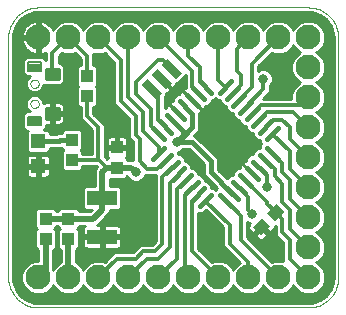
<source format=gtl>
G75*
G70*
%OFA0B0*%
%FSLAX24Y24*%
%IPPOS*%
%LPD*%
%AMOC8*
5,1,8,0,0,1.08239X$1,22.5*
%
%ADD10C,0.0000*%
%ADD11C,0.0170*%
%ADD12R,0.0276X0.0669*%
%ADD13R,0.0394X0.0433*%
%ADD14R,0.0433X0.0394*%
%ADD15C,0.0827*%
%ADD16R,0.0984X0.0472*%
%ADD17R,0.0472X0.0472*%
%ADD18C,0.0071*%
%ADD19C,0.0091*%
%ADD20C,0.0120*%
%ADD21C,0.0320*%
%ADD22C,0.0160*%
%ADD23C,0.0200*%
%ADD24C,0.0100*%
D10*
X001500Y000500D02*
X010500Y000500D01*
X010560Y000502D01*
X010621Y000507D01*
X010680Y000516D01*
X010739Y000529D01*
X010798Y000545D01*
X010855Y000565D01*
X010910Y000588D01*
X010965Y000615D01*
X011017Y000644D01*
X011068Y000677D01*
X011117Y000713D01*
X011163Y000751D01*
X011207Y000793D01*
X011249Y000837D01*
X011287Y000883D01*
X011323Y000932D01*
X011356Y000983D01*
X011385Y001035D01*
X011412Y001090D01*
X011435Y001145D01*
X011455Y001202D01*
X011471Y001261D01*
X011484Y001320D01*
X011493Y001379D01*
X011498Y001440D01*
X011500Y001500D01*
X011500Y009500D01*
X011498Y009560D01*
X011493Y009621D01*
X011484Y009680D01*
X011471Y009739D01*
X011455Y009798D01*
X011435Y009855D01*
X011412Y009910D01*
X011385Y009965D01*
X011356Y010017D01*
X011323Y010068D01*
X011287Y010117D01*
X011249Y010163D01*
X011207Y010207D01*
X011163Y010249D01*
X011117Y010287D01*
X011068Y010323D01*
X011017Y010356D01*
X010965Y010385D01*
X010910Y010412D01*
X010855Y010435D01*
X010798Y010455D01*
X010739Y010471D01*
X010680Y010484D01*
X010621Y010493D01*
X010560Y010498D01*
X010500Y010500D01*
X001500Y010500D01*
X001440Y010498D01*
X001379Y010493D01*
X001320Y010484D01*
X001261Y010471D01*
X001202Y010455D01*
X001145Y010435D01*
X001090Y010412D01*
X001035Y010385D01*
X000983Y010356D01*
X000932Y010323D01*
X000883Y010287D01*
X000837Y010249D01*
X000793Y010207D01*
X000751Y010163D01*
X000713Y010117D01*
X000677Y010068D01*
X000644Y010017D01*
X000615Y009965D01*
X000588Y009910D01*
X000565Y009855D01*
X000545Y009798D01*
X000529Y009739D01*
X000516Y009680D01*
X000507Y009621D01*
X000502Y009560D01*
X000500Y009500D01*
X000500Y001500D01*
X000502Y001440D01*
X000507Y001379D01*
X000516Y001320D01*
X000529Y001261D01*
X000545Y001202D01*
X000565Y001145D01*
X000588Y001090D01*
X000615Y001035D01*
X000644Y000983D01*
X000677Y000932D01*
X000713Y000883D01*
X000751Y000837D01*
X000793Y000793D01*
X000837Y000751D01*
X000883Y000713D01*
X000932Y000677D01*
X000983Y000644D01*
X001035Y000615D01*
X001090Y000588D01*
X001145Y000565D01*
X001202Y000545D01*
X001261Y000529D01*
X001320Y000516D01*
X001379Y000507D01*
X001440Y000502D01*
X001500Y000500D01*
X001237Y007290D02*
X001239Y007313D01*
X001245Y007336D01*
X001255Y007357D01*
X001268Y007377D01*
X001284Y007394D01*
X001303Y007408D01*
X001324Y007418D01*
X001346Y007425D01*
X001369Y007428D01*
X001393Y007427D01*
X001415Y007422D01*
X001437Y007413D01*
X001457Y007401D01*
X001475Y007385D01*
X001489Y007367D01*
X001501Y007347D01*
X001509Y007325D01*
X001513Y007302D01*
X001513Y007278D01*
X001509Y007255D01*
X001501Y007233D01*
X001489Y007213D01*
X001475Y007195D01*
X001457Y007179D01*
X001437Y007167D01*
X001415Y007158D01*
X001393Y007153D01*
X001369Y007152D01*
X001346Y007155D01*
X001324Y007162D01*
X001303Y007172D01*
X001284Y007186D01*
X001268Y007203D01*
X001255Y007223D01*
X001245Y007244D01*
X001239Y007267D01*
X001237Y007290D01*
X001237Y007960D02*
X001239Y007983D01*
X001245Y008006D01*
X001255Y008027D01*
X001268Y008047D01*
X001284Y008064D01*
X001303Y008078D01*
X001324Y008088D01*
X001346Y008095D01*
X001369Y008098D01*
X001393Y008097D01*
X001415Y008092D01*
X001437Y008083D01*
X001457Y008071D01*
X001475Y008055D01*
X001489Y008037D01*
X001501Y008017D01*
X001509Y007995D01*
X001513Y007972D01*
X001513Y007948D01*
X001509Y007925D01*
X001501Y007903D01*
X001489Y007883D01*
X001475Y007865D01*
X001457Y007849D01*
X001437Y007837D01*
X001415Y007828D01*
X001393Y007823D01*
X001369Y007822D01*
X001346Y007825D01*
X001324Y007832D01*
X001303Y007842D01*
X001284Y007856D01*
X001268Y007873D01*
X001255Y007893D01*
X001245Y007914D01*
X001239Y007937D01*
X001237Y007960D01*
D11*
X005330Y006479D02*
X005704Y006105D01*
X005926Y006327D02*
X005552Y006701D01*
X005775Y006924D02*
X006149Y006550D01*
X006372Y006773D02*
X005998Y007147D01*
X006220Y007369D02*
X006594Y006995D01*
X006817Y007218D02*
X006443Y007592D01*
X006665Y007814D02*
X007039Y007440D01*
X007262Y007663D02*
X006888Y008037D01*
X007553Y007663D02*
X007927Y008037D01*
X008153Y007811D02*
X007779Y007437D01*
X007998Y007218D02*
X008372Y007592D01*
X008598Y007365D02*
X008224Y006991D01*
X008444Y006772D02*
X008818Y007146D01*
X009037Y006927D02*
X008663Y006553D01*
X008889Y006327D02*
X009263Y006701D01*
X009489Y006474D02*
X009115Y006100D01*
X009114Y005811D02*
X009488Y005437D01*
X009266Y005214D02*
X008892Y005588D01*
X008669Y005366D02*
X009043Y004992D01*
X008820Y004769D02*
X008446Y005143D01*
X008224Y004920D02*
X008598Y004546D01*
X008375Y004324D02*
X008001Y004698D01*
X007778Y004475D02*
X008152Y004101D01*
X007934Y003880D02*
X007560Y004254D01*
X007258Y004246D02*
X006884Y003872D01*
X006662Y004099D02*
X007036Y004473D01*
X006809Y004699D02*
X006435Y004325D01*
X006216Y004545D02*
X006590Y004919D01*
X006371Y005138D02*
X005997Y004764D01*
X005771Y004990D02*
X006145Y005364D01*
X005926Y005583D02*
X005552Y005209D01*
X005325Y005436D02*
X005699Y005810D01*
D12*
G36*
X005609Y007648D02*
X005414Y007453D01*
X004943Y007924D01*
X005138Y008119D01*
X005609Y007648D01*
G37*
G36*
X005943Y007982D02*
X005748Y007787D01*
X005277Y008258D01*
X005472Y008453D01*
X005943Y007982D01*
G37*
G36*
X006277Y008316D02*
X006082Y008121D01*
X005611Y008592D01*
X005806Y008787D01*
X006277Y008316D01*
G37*
D13*
X004125Y005835D03*
X004125Y005165D03*
X002625Y005415D03*
X002625Y006085D03*
X003125Y007540D03*
X003125Y008210D03*
X002500Y003460D03*
X002500Y002790D03*
X001750Y002790D03*
X001750Y003460D03*
D14*
G36*
X009235Y003206D02*
X008930Y002901D01*
X008651Y003180D01*
X008956Y003485D01*
X009235Y003206D01*
G37*
G36*
X009709Y003680D02*
X009404Y003375D01*
X009125Y003654D01*
X009430Y003959D01*
X009709Y003680D01*
G37*
D15*
X010500Y003500D03*
X010500Y002500D03*
X010500Y001500D03*
X009500Y001500D03*
X008500Y001500D03*
X007500Y001500D03*
X006500Y001500D03*
X005500Y001500D03*
X004500Y001500D03*
X003500Y001500D03*
X002500Y001500D03*
X001500Y001500D03*
X001500Y009500D03*
X002500Y009500D03*
X003500Y009500D03*
X004500Y009500D03*
X005500Y009500D03*
X006500Y009500D03*
X007500Y009500D03*
X008500Y009500D03*
X009500Y009500D03*
X010500Y009500D03*
X010500Y008500D03*
X010500Y007500D03*
X010500Y006500D03*
X010500Y005500D03*
X010500Y004500D03*
D16*
X003625Y004150D03*
X003625Y002850D03*
D17*
X001500Y005212D03*
X001500Y006038D03*
D18*
X001174Y006577D02*
X001174Y006861D01*
X001576Y006861D01*
X001576Y006577D01*
X001174Y006577D01*
X001174Y006647D02*
X001576Y006647D01*
X001576Y006717D02*
X001174Y006717D01*
X001174Y006787D02*
X001576Y006787D01*
X001576Y006857D02*
X001174Y006857D01*
X001174Y008389D02*
X001174Y008673D01*
X001576Y008673D01*
X001576Y008389D01*
X001174Y008389D01*
X001174Y008459D02*
X001576Y008459D01*
X001576Y008529D02*
X001174Y008529D01*
X001174Y008599D02*
X001576Y008599D01*
X001576Y008669D02*
X001174Y008669D01*
D19*
X001757Y008465D02*
X001757Y008103D01*
X001757Y008465D02*
X002179Y008465D01*
X002179Y008103D01*
X001757Y008103D01*
X001757Y008193D02*
X002179Y008193D01*
X002179Y008283D02*
X001757Y008283D01*
X001757Y008373D02*
X002179Y008373D01*
X002179Y008463D02*
X001757Y008463D01*
X001757Y007147D02*
X001757Y006785D01*
X001757Y007147D02*
X002179Y007147D01*
X002179Y006785D01*
X001757Y006785D01*
X001757Y006875D02*
X002179Y006875D01*
X002179Y006965D02*
X001757Y006965D01*
X001757Y007055D02*
X002179Y007055D01*
X002179Y007145D02*
X001757Y007145D01*
D20*
X001968Y008284D02*
X001968Y008968D01*
X002500Y009500D01*
X003125Y008875D01*
X003125Y008210D01*
X003125Y007540D02*
X003125Y006875D01*
X003500Y006500D01*
X003500Y005415D01*
X003540Y005415D01*
X003790Y005165D01*
X003500Y005415D02*
X002625Y005415D01*
X004750Y006250D02*
X004750Y006875D01*
X004250Y007375D01*
X004250Y008750D01*
X003500Y009500D01*
X004500Y009500D02*
X004500Y007500D01*
X005000Y007000D01*
X005000Y006375D01*
X005512Y005863D01*
X005512Y005623D01*
X005739Y005396D02*
X005467Y005125D01*
X005125Y005125D01*
X004875Y005375D01*
X004875Y006125D01*
X004750Y006250D01*
X005250Y006558D02*
X005250Y007125D01*
X004750Y007625D01*
X004750Y008000D01*
X005500Y008750D01*
X005648Y008750D01*
X005944Y008454D01*
X006500Y008875D02*
X006875Y008500D01*
X006875Y008050D01*
X007075Y007850D01*
X006852Y007627D02*
X006625Y007855D01*
X006625Y008375D01*
X005500Y009500D01*
X006500Y009500D02*
X006500Y008875D01*
X007500Y009500D02*
X007500Y008090D01*
X007740Y007850D01*
X007966Y007624D02*
X008250Y007908D01*
X008250Y008250D01*
X008125Y008375D01*
X008125Y009125D01*
X008500Y009500D01*
X008625Y008625D02*
X008625Y007844D01*
X008185Y007405D01*
X008411Y007178D02*
X009000Y007767D01*
X009000Y008125D01*
X008625Y008625D02*
X009500Y009500D01*
X010500Y007500D02*
X010250Y007250D01*
X008922Y007250D01*
X008631Y006959D01*
X008850Y006740D02*
X009110Y007000D01*
X010000Y007000D01*
X010500Y006500D01*
X009875Y006500D02*
X009875Y006125D01*
X010500Y005500D01*
X009875Y005715D02*
X009875Y005125D01*
X010500Y004500D01*
X009875Y004750D02*
X009875Y004125D01*
X010500Y003500D01*
X009875Y003750D02*
X009875Y003125D01*
X010500Y002500D01*
X009875Y002750D02*
X009875Y002125D01*
X010500Y001500D01*
X009500Y001500D02*
X008250Y002750D01*
X008250Y003564D01*
X007747Y004067D01*
X008188Y004511D02*
X008500Y004199D01*
X008500Y003750D01*
X008625Y003625D01*
X009125Y003958D02*
X009417Y003667D01*
X009625Y003458D01*
X009625Y003000D01*
X009875Y002750D01*
X009875Y003750D02*
X009625Y004000D01*
X009625Y004625D01*
X009375Y004875D01*
X009375Y005105D01*
X009079Y005401D01*
X009301Y005624D02*
X009625Y005300D01*
X009625Y005000D01*
X009875Y004750D01*
X009125Y004909D02*
X009125Y004500D01*
X009125Y004909D02*
X008856Y005179D01*
X008411Y004733D02*
X009125Y004019D01*
X009125Y003958D01*
X007875Y003255D02*
X007875Y002625D01*
X008500Y002000D01*
X008500Y001500D01*
X007500Y001500D02*
X006625Y002375D01*
X006625Y004062D01*
X006849Y004286D01*
X007071Y004059D02*
X007875Y003255D01*
X006622Y004512D02*
X006375Y004265D01*
X006375Y001625D01*
X006500Y001500D01*
X006125Y002125D02*
X005500Y001500D01*
X005500Y002125D02*
X005125Y002125D01*
X004500Y001500D01*
X004750Y002125D02*
X004125Y002125D01*
X003500Y001500D01*
X004750Y002125D02*
X005000Y002375D01*
X005375Y002375D01*
X005625Y002625D01*
X005625Y004844D01*
X005958Y005177D01*
X006184Y004951D02*
X005875Y004642D01*
X005875Y002500D01*
X005500Y002125D01*
X006125Y002125D02*
X006125Y004453D01*
X006403Y004732D01*
X005517Y006292D02*
X005250Y006558D01*
X005500Y006754D02*
X005739Y006514D01*
X005500Y006754D02*
X005500Y007562D01*
X005276Y007786D01*
X009076Y006514D02*
X009313Y006750D01*
X009625Y006750D01*
X009875Y006500D01*
X009302Y006287D02*
X009875Y005715D01*
D21*
X009125Y004500D03*
X008625Y003625D03*
X007500Y003000D03*
X007000Y002500D03*
X007000Y003500D03*
X005000Y003000D03*
X004500Y004000D03*
X004750Y005000D03*
X006125Y006000D03*
X006500Y005500D03*
X007000Y006500D03*
X007500Y007000D03*
X008000Y006500D03*
X007500Y006000D03*
X008000Y005500D03*
X008500Y006000D03*
X006295Y007950D03*
X005855Y007500D03*
X004000Y007000D03*
X003000Y006500D03*
X002500Y007500D03*
X002500Y008500D03*
X002500Y004500D03*
X001500Y004500D03*
X002125Y002250D03*
X009000Y002500D03*
X009500Y002500D03*
X009000Y008125D03*
X009250Y008750D03*
D22*
X006625Y006964D02*
X006625Y006500D01*
X006313Y006188D01*
X006313Y006386D01*
X005962Y006737D01*
X006407Y007182D02*
X006625Y006964D01*
X006625Y006000D02*
X006125Y006000D01*
X006625Y006000D02*
X007250Y005375D01*
X007250Y005004D01*
X007965Y004288D01*
X002625Y006085D02*
X002225Y006085D01*
X002178Y006038D01*
X001500Y006038D01*
D23*
X003625Y005000D02*
X003625Y004150D01*
X003625Y003750D01*
X003335Y003460D01*
X002500Y003460D01*
X001750Y003460D01*
X001750Y002790D02*
X001750Y001750D01*
X001500Y001500D01*
X002500Y001500D02*
X002500Y002790D01*
X003625Y005000D02*
X003790Y005165D01*
X004125Y005165D01*
X004585Y005165D01*
X004750Y005000D01*
X006125Y006000D02*
X006313Y006188D01*
D24*
X000743Y001114D02*
X000899Y000899D01*
X001114Y000743D01*
X001367Y000660D01*
X001500Y000650D01*
X010500Y000650D01*
X010633Y000660D01*
X010886Y000743D01*
X011101Y000899D01*
X011257Y001114D01*
X011340Y001367D01*
X011350Y001500D01*
X011350Y009500D01*
X011340Y009633D01*
X011257Y009886D01*
X011101Y010101D01*
X010886Y010257D01*
X010633Y010340D01*
X010500Y010350D01*
X001500Y010350D01*
X001367Y010340D01*
X001114Y010257D01*
X000899Y010101D01*
X000743Y009886D01*
X000660Y009633D01*
X000650Y009500D01*
X000650Y001500D01*
X000660Y001367D01*
X000743Y001114D01*
X000759Y001091D02*
X001112Y001091D01*
X001181Y001022D02*
X001022Y001181D01*
X000937Y001388D01*
X000937Y001612D01*
X001022Y001819D01*
X001181Y001978D01*
X001388Y002063D01*
X001500Y002063D01*
X001500Y002424D01*
X001491Y002424D01*
X001403Y002512D01*
X001403Y003069D01*
X001459Y003125D01*
X001403Y003181D01*
X001403Y003738D01*
X001491Y003826D01*
X002009Y003826D01*
X002097Y003738D01*
X002097Y003710D01*
X002153Y003710D01*
X002153Y003738D01*
X002241Y003826D01*
X002759Y003826D01*
X002847Y003738D01*
X002847Y003710D01*
X003231Y003710D01*
X003285Y003763D01*
X003071Y003763D01*
X002983Y003851D01*
X002983Y004448D01*
X003071Y004536D01*
X003375Y004536D01*
X003375Y005050D01*
X003413Y005142D01*
X003465Y005194D01*
X003453Y005205D01*
X002972Y005205D01*
X002972Y005137D01*
X002884Y005049D01*
X002366Y005049D01*
X002278Y005137D01*
X002278Y005694D01*
X002334Y005750D01*
X002278Y005806D01*
X002278Y005813D01*
X002274Y005808D01*
X001886Y005808D01*
X001886Y005740D01*
X001798Y005652D01*
X001202Y005652D01*
X001114Y005740D01*
X001114Y006337D01*
X001169Y006392D01*
X001097Y006392D01*
X000989Y006501D01*
X000989Y006938D01*
X001097Y007047D01*
X001212Y007047D01*
X001131Y007127D01*
X001087Y007233D01*
X001087Y007348D01*
X001131Y007453D01*
X001212Y007534D01*
X001318Y007578D01*
X001432Y007578D01*
X001538Y007534D01*
X001619Y007453D01*
X001663Y007348D01*
X001663Y007318D01*
X001682Y007329D01*
X001731Y007342D01*
X001918Y007342D01*
X001918Y007016D01*
X002018Y007016D01*
X002018Y007342D01*
X002204Y007342D01*
X002254Y007329D01*
X002298Y007303D01*
X002334Y007267D01*
X002360Y007222D01*
X002373Y007172D01*
X002373Y007016D01*
X002018Y007016D01*
X002018Y006916D01*
X002373Y006916D01*
X002373Y006759D01*
X002360Y006709D01*
X002334Y006665D01*
X002298Y006628D01*
X002254Y006602D01*
X002204Y006589D01*
X002018Y006589D01*
X002018Y006916D01*
X001918Y006916D01*
X001918Y006589D01*
X001761Y006589D01*
X001761Y006501D01*
X001685Y006425D01*
X001798Y006425D01*
X001886Y006337D01*
X001886Y006268D01*
X002083Y006268D01*
X002129Y006315D01*
X002278Y006315D01*
X002278Y006363D01*
X002366Y006451D01*
X002884Y006451D01*
X002972Y006363D01*
X002972Y005806D01*
X002916Y005750D01*
X002972Y005694D01*
X002972Y005625D01*
X003290Y005625D01*
X003290Y006413D01*
X002915Y006788D01*
X002915Y007174D01*
X002866Y007174D01*
X002778Y007262D01*
X002778Y007819D01*
X002834Y007875D01*
X002778Y007931D01*
X002778Y008488D01*
X002866Y008576D01*
X002915Y008576D01*
X002915Y008788D01*
X002721Y008982D01*
X002612Y008937D01*
X002388Y008937D01*
X002279Y008982D01*
X002178Y008881D01*
X002178Y008661D01*
X002259Y008661D01*
X002373Y008546D01*
X002373Y008022D01*
X002259Y007908D01*
X001676Y007908D01*
X001663Y007921D01*
X001663Y007902D01*
X001619Y007797D01*
X001538Y007716D01*
X001432Y007672D01*
X001318Y007672D01*
X001212Y007716D01*
X001131Y007797D01*
X001087Y007902D01*
X001087Y008017D01*
X001131Y008123D01*
X001212Y008203D01*
X001097Y008203D01*
X000989Y008312D01*
X000989Y008749D01*
X001097Y008858D01*
X001653Y008858D01*
X001758Y008753D01*
X001758Y008999D01*
X001716Y008978D01*
X001632Y008950D01*
X001550Y008938D01*
X001550Y009450D01*
X001450Y009450D01*
X001450Y008938D01*
X001368Y008950D01*
X001284Y008978D01*
X001205Y009018D01*
X001133Y009070D01*
X001070Y009133D01*
X001018Y009205D01*
X000978Y009284D01*
X000950Y009368D01*
X000938Y009450D01*
X001450Y009450D01*
X001450Y009550D01*
X001450Y010062D01*
X001368Y010050D01*
X001284Y010022D01*
X001205Y009982D01*
X001133Y009930D01*
X001070Y009867D01*
X001018Y009795D01*
X000978Y009716D01*
X000950Y009632D01*
X000938Y009550D01*
X001450Y009550D01*
X001550Y009550D01*
X001550Y010062D01*
X001632Y010050D01*
X001716Y010022D01*
X001795Y009982D01*
X001867Y009930D01*
X001930Y009867D01*
X001982Y009795D01*
X001999Y009762D01*
X002022Y009819D01*
X002181Y009978D01*
X002388Y010063D01*
X002612Y010063D01*
X002819Y009978D01*
X002978Y009819D01*
X003000Y009765D01*
X003022Y009819D01*
X003181Y009978D01*
X003388Y010063D01*
X003612Y010063D01*
X003819Y009978D01*
X003978Y009819D01*
X004000Y009765D01*
X004022Y009819D01*
X004181Y009978D01*
X004388Y010063D01*
X004612Y010063D01*
X004819Y009978D01*
X004978Y009819D01*
X005000Y009765D01*
X005022Y009819D01*
X005181Y009978D01*
X005388Y010063D01*
X005612Y010063D01*
X005819Y009978D01*
X005978Y009819D01*
X006000Y009765D01*
X006022Y009819D01*
X006181Y009978D01*
X006388Y010063D01*
X006612Y010063D01*
X006819Y009978D01*
X006978Y009819D01*
X007000Y009765D01*
X007022Y009819D01*
X007181Y009978D01*
X007388Y010063D01*
X007612Y010063D01*
X007819Y009978D01*
X007978Y009819D01*
X008000Y009765D01*
X008022Y009819D01*
X008181Y009978D01*
X008388Y010063D01*
X008612Y010063D01*
X008819Y009978D01*
X008978Y009819D01*
X009000Y009765D01*
X009022Y009819D01*
X009181Y009978D01*
X009388Y010063D01*
X009612Y010063D01*
X009819Y009978D01*
X009978Y009819D01*
X010000Y009765D01*
X010022Y009819D01*
X010181Y009978D01*
X010388Y010063D01*
X010612Y010063D01*
X010819Y009978D01*
X010978Y009819D01*
X011063Y009612D01*
X011063Y009388D01*
X010978Y009181D01*
X010819Y009022D01*
X010765Y009000D01*
X010819Y008978D01*
X010978Y008819D01*
X011063Y008612D01*
X011063Y008388D01*
X010978Y008181D01*
X010819Y008022D01*
X010765Y008000D01*
X010819Y007978D01*
X010978Y007819D01*
X011063Y007612D01*
X011063Y007388D01*
X010978Y007181D01*
X010819Y007022D01*
X010765Y007000D01*
X010819Y006978D01*
X010978Y006819D01*
X011063Y006612D01*
X011063Y006388D01*
X010978Y006181D01*
X010819Y006022D01*
X010765Y006000D01*
X010819Y005978D01*
X010978Y005819D01*
X011350Y005819D01*
X011350Y005721D02*
X011018Y005721D01*
X010978Y005819D02*
X011063Y005612D01*
X011063Y005388D01*
X010978Y005181D01*
X010819Y005022D01*
X010765Y005000D01*
X010819Y004978D01*
X010978Y004819D01*
X011063Y004612D01*
X011063Y004388D01*
X010978Y004181D01*
X010819Y004022D01*
X010765Y004000D01*
X010819Y003978D01*
X010978Y003819D01*
X011063Y003612D01*
X011063Y003388D01*
X010978Y003181D01*
X010819Y003022D01*
X010765Y003000D01*
X010819Y002978D01*
X010978Y002819D01*
X011063Y002612D01*
X011063Y002388D01*
X010978Y002181D01*
X010819Y002022D01*
X010765Y002000D01*
X010819Y001978D01*
X010978Y001819D01*
X011063Y001612D01*
X011063Y001388D01*
X010978Y001181D01*
X010819Y001022D01*
X010612Y000937D01*
X010388Y000937D01*
X010181Y001022D01*
X010022Y001181D01*
X010000Y001235D01*
X009978Y001181D01*
X009819Y001022D01*
X009612Y000937D01*
X009388Y000937D01*
X009181Y001022D01*
X009022Y001181D01*
X009000Y001235D01*
X008978Y001181D01*
X008819Y001022D01*
X008612Y000937D01*
X008388Y000937D01*
X008181Y001022D01*
X008022Y001181D01*
X008000Y001235D01*
X007978Y001181D01*
X007819Y001022D01*
X007612Y000937D01*
X007388Y000937D01*
X007181Y001022D01*
X007022Y001181D01*
X007000Y001235D01*
X006978Y001181D01*
X006819Y001022D01*
X006612Y000937D01*
X006388Y000937D01*
X006181Y001022D01*
X006022Y001181D01*
X006000Y001235D01*
X005978Y001181D01*
X005819Y001022D01*
X005612Y000937D01*
X005388Y000937D01*
X005181Y001022D01*
X005022Y001181D01*
X005000Y001235D01*
X004978Y001181D01*
X004819Y001022D01*
X004612Y000937D01*
X004388Y000937D01*
X004181Y001022D01*
X004022Y001181D01*
X004000Y001235D01*
X003978Y001181D01*
X003819Y001022D01*
X003612Y000937D01*
X003388Y000937D01*
X003181Y001022D01*
X003022Y001181D01*
X003000Y001235D01*
X002978Y001181D01*
X002819Y001022D01*
X002612Y000937D01*
X002388Y000937D01*
X002181Y001022D01*
X002022Y001181D01*
X002000Y001235D01*
X001978Y001181D01*
X001819Y001022D01*
X001612Y000937D01*
X001388Y000937D01*
X001181Y001022D01*
X001253Y000993D02*
X000831Y000993D01*
X000906Y000894D02*
X011094Y000894D01*
X011169Y000993D02*
X010747Y000993D01*
X010888Y001091D02*
X011241Y001091D01*
X011282Y001190D02*
X010981Y001190D01*
X011022Y001288D02*
X011314Y001288D01*
X011341Y001387D02*
X011063Y001387D01*
X011063Y001485D02*
X011349Y001485D01*
X011350Y001584D02*
X011063Y001584D01*
X011034Y001682D02*
X011350Y001682D01*
X011350Y001781D02*
X010994Y001781D01*
X010918Y001879D02*
X011350Y001879D01*
X011350Y001978D02*
X010819Y001978D01*
X010873Y002076D02*
X011350Y002076D01*
X011350Y002175D02*
X010971Y002175D01*
X011016Y002273D02*
X011350Y002273D01*
X011350Y002372D02*
X011057Y002372D01*
X011063Y002470D02*
X011350Y002470D01*
X011350Y002569D02*
X011063Y002569D01*
X011041Y002667D02*
X011350Y002667D01*
X011350Y002766D02*
X011000Y002766D01*
X010933Y002864D02*
X011350Y002864D01*
X011350Y002963D02*
X010834Y002963D01*
X010858Y003061D02*
X011350Y003061D01*
X011350Y003160D02*
X010956Y003160D01*
X011010Y003258D02*
X011350Y003258D01*
X011350Y003357D02*
X011050Y003357D01*
X011063Y003455D02*
X011350Y003455D01*
X011350Y003554D02*
X011063Y003554D01*
X011047Y003652D02*
X011350Y003652D01*
X011350Y003751D02*
X011006Y003751D01*
X010948Y003849D02*
X011350Y003849D01*
X011350Y003948D02*
X010849Y003948D01*
X010843Y004046D02*
X011350Y004046D01*
X011350Y004145D02*
X010941Y004145D01*
X011003Y004243D02*
X011350Y004243D01*
X011350Y004342D02*
X011044Y004342D01*
X011063Y004440D02*
X011350Y004440D01*
X011350Y004539D02*
X011063Y004539D01*
X011053Y004637D02*
X011350Y004637D01*
X011350Y004736D02*
X011012Y004736D01*
X010963Y004834D02*
X011350Y004834D01*
X011350Y004933D02*
X010864Y004933D01*
X010828Y005031D02*
X011350Y005031D01*
X011350Y005130D02*
X010926Y005130D01*
X010997Y005228D02*
X011350Y005228D01*
X011350Y005327D02*
X011038Y005327D01*
X011063Y005425D02*
X011350Y005425D01*
X011350Y005524D02*
X011063Y005524D01*
X011059Y005622D02*
X011350Y005622D01*
X011350Y005918D02*
X010879Y005918D01*
X010804Y006016D02*
X011350Y006016D01*
X011350Y006115D02*
X010911Y006115D01*
X010991Y006213D02*
X011350Y006213D01*
X011350Y006312D02*
X011032Y006312D01*
X011063Y006410D02*
X011350Y006410D01*
X011350Y006509D02*
X011063Y006509D01*
X011063Y006607D02*
X011350Y006607D01*
X011350Y006706D02*
X011025Y006706D01*
X010984Y006804D02*
X011350Y006804D01*
X011350Y006903D02*
X010894Y006903D01*
X010768Y007001D02*
X011350Y007001D01*
X011350Y007100D02*
X010896Y007100D01*
X010985Y007198D02*
X011350Y007198D01*
X011350Y007297D02*
X011026Y007297D01*
X011063Y007395D02*
X011350Y007395D01*
X011350Y007494D02*
X011063Y007494D01*
X011063Y007592D02*
X011350Y007592D01*
X011350Y007691D02*
X011031Y007691D01*
X010990Y007789D02*
X011350Y007789D01*
X011350Y007888D02*
X010909Y007888D01*
X010799Y007986D02*
X011350Y007986D01*
X011350Y008085D02*
X010881Y008085D01*
X010979Y008183D02*
X011350Y008183D01*
X011350Y008282D02*
X011019Y008282D01*
X011060Y008380D02*
X011350Y008380D01*
X011350Y008479D02*
X011063Y008479D01*
X011063Y008577D02*
X011350Y008577D01*
X011350Y008676D02*
X011037Y008676D01*
X010996Y008774D02*
X011350Y008774D01*
X011350Y008873D02*
X010924Y008873D01*
X010826Y008971D02*
X011350Y008971D01*
X011350Y009070D02*
X010866Y009070D01*
X010965Y009168D02*
X011350Y009168D01*
X011350Y009267D02*
X011013Y009267D01*
X011054Y009365D02*
X011350Y009365D01*
X011350Y009464D02*
X011063Y009464D01*
X011063Y009562D02*
X011345Y009562D01*
X011331Y009661D02*
X011043Y009661D01*
X011003Y009759D02*
X011299Y009759D01*
X011267Y009858D02*
X010939Y009858D01*
X010841Y009956D02*
X011206Y009956D01*
X011135Y010055D02*
X010633Y010055D01*
X010894Y010252D02*
X001106Y010252D01*
X000971Y010153D02*
X011029Y010153D01*
X010367Y010055D02*
X009633Y010055D01*
X009841Y009956D02*
X010159Y009956D01*
X010061Y009858D02*
X009939Y009858D01*
X009367Y010055D02*
X008633Y010055D01*
X008841Y009956D02*
X009159Y009956D01*
X009061Y009858D02*
X008939Y009858D01*
X008367Y010055D02*
X007633Y010055D01*
X007841Y009956D02*
X008159Y009956D01*
X008061Y009858D02*
X007939Y009858D01*
X007367Y010055D02*
X006633Y010055D01*
X006841Y009956D02*
X007159Y009956D01*
X007061Y009858D02*
X006939Y009858D01*
X006367Y010055D02*
X005633Y010055D01*
X005841Y009956D02*
X006159Y009956D01*
X006061Y009858D02*
X005939Y009858D01*
X005367Y010055D02*
X004633Y010055D01*
X004841Y009956D02*
X005159Y009956D01*
X005061Y009858D02*
X004939Y009858D01*
X004367Y010055D02*
X003633Y010055D01*
X003841Y009956D02*
X004159Y009956D01*
X004061Y009858D02*
X003939Y009858D01*
X003367Y010055D02*
X002633Y010055D01*
X002841Y009956D02*
X003159Y009956D01*
X003061Y009858D02*
X002939Y009858D01*
X002367Y010055D02*
X001600Y010055D01*
X001550Y010055D02*
X001450Y010055D01*
X001400Y010055D02*
X000865Y010055D01*
X000794Y009956D02*
X001169Y009956D01*
X001063Y009858D02*
X000733Y009858D01*
X000701Y009759D02*
X001000Y009759D01*
X000960Y009661D02*
X000669Y009661D01*
X000655Y009562D02*
X000939Y009562D01*
X000951Y009365D02*
X000650Y009365D01*
X000650Y009267D02*
X000987Y009267D01*
X001045Y009168D02*
X000650Y009168D01*
X000650Y009070D02*
X001134Y009070D01*
X001305Y008971D02*
X000650Y008971D01*
X000650Y008873D02*
X001758Y008873D01*
X001758Y008971D02*
X001695Y008971D01*
X001550Y008971D02*
X001450Y008971D01*
X001450Y009070D02*
X001550Y009070D01*
X001550Y009168D02*
X001450Y009168D01*
X001450Y009267D02*
X001550Y009267D01*
X001550Y009365D02*
X001450Y009365D01*
X001450Y009464D02*
X000650Y009464D01*
X000650Y008774D02*
X001014Y008774D01*
X000989Y008676D02*
X000650Y008676D01*
X000650Y008577D02*
X000989Y008577D01*
X000989Y008479D02*
X000650Y008479D01*
X000650Y008380D02*
X000989Y008380D01*
X001019Y008282D02*
X000650Y008282D01*
X000650Y008183D02*
X001191Y008183D01*
X001115Y008085D02*
X000650Y008085D01*
X000650Y007986D02*
X001087Y007986D01*
X001093Y007888D02*
X000650Y007888D01*
X000650Y007789D02*
X001139Y007789D01*
X001273Y007691D02*
X000650Y007691D01*
X000650Y007592D02*
X002778Y007592D01*
X002778Y007494D02*
X001579Y007494D01*
X001643Y007395D02*
X002778Y007395D01*
X002778Y007297D02*
X002304Y007297D01*
X002367Y007198D02*
X002842Y007198D01*
X002915Y007100D02*
X002373Y007100D01*
X002373Y006903D02*
X002915Y006903D01*
X002915Y007001D02*
X002018Y007001D01*
X002018Y006903D02*
X001918Y006903D01*
X001918Y006804D02*
X002018Y006804D01*
X002018Y006706D02*
X001918Y006706D01*
X001918Y006607D02*
X002018Y006607D01*
X002261Y006607D02*
X003096Y006607D01*
X003194Y006509D02*
X001761Y006509D01*
X001813Y006410D02*
X002325Y006410D01*
X002126Y006312D02*
X001886Y006312D01*
X002358Y006706D02*
X002997Y006706D01*
X002915Y006804D02*
X002373Y006804D01*
X002018Y007100D02*
X001918Y007100D01*
X001918Y007198D02*
X002018Y007198D01*
X002018Y007297D02*
X001918Y007297D01*
X001611Y007789D02*
X002778Y007789D01*
X002778Y007691D02*
X001477Y007691D01*
X001657Y007888D02*
X002822Y007888D01*
X002778Y007986D02*
X002337Y007986D01*
X002373Y008085D02*
X002778Y008085D01*
X002778Y008183D02*
X002373Y008183D01*
X002373Y008282D02*
X002778Y008282D01*
X002778Y008380D02*
X002373Y008380D01*
X002373Y008479D02*
X002778Y008479D01*
X002915Y008577D02*
X002343Y008577D01*
X002178Y008676D02*
X002915Y008676D01*
X002915Y008774D02*
X002178Y008774D01*
X002178Y008873D02*
X002830Y008873D01*
X002732Y008971D02*
X002695Y008971D01*
X002305Y008971D02*
X002268Y008971D01*
X001758Y008774D02*
X001736Y008774D01*
X001550Y009562D02*
X001450Y009562D01*
X001450Y009661D02*
X001550Y009661D01*
X001550Y009759D02*
X001450Y009759D01*
X001450Y009858D02*
X001550Y009858D01*
X001550Y009956D02*
X001450Y009956D01*
X001831Y009956D02*
X002159Y009956D01*
X002061Y009858D02*
X001937Y009858D01*
X003335Y008959D02*
X003335Y008576D01*
X003384Y008576D01*
X003472Y008488D01*
X003472Y007931D01*
X003416Y007875D01*
X003472Y007819D01*
X003472Y007262D01*
X003384Y007174D01*
X003335Y007174D01*
X003335Y006962D01*
X003587Y006710D01*
X003710Y006587D01*
X003710Y005543D01*
X003793Y005459D01*
X003834Y005500D01*
X003808Y005526D01*
X003788Y005560D01*
X003778Y005598D01*
X003778Y005786D01*
X004077Y005786D01*
X004077Y005883D01*
X004077Y006201D01*
X003908Y006201D01*
X003870Y006191D01*
X003836Y006171D01*
X003808Y006143D01*
X003788Y006109D01*
X003778Y006071D01*
X003778Y005883D01*
X004077Y005883D01*
X004173Y005883D01*
X004173Y006201D01*
X004342Y006201D01*
X004380Y006191D01*
X004414Y006171D01*
X004442Y006143D01*
X004462Y006109D01*
X004472Y006071D01*
X004472Y005883D01*
X004173Y005883D01*
X004173Y005786D01*
X004472Y005786D01*
X004472Y005598D01*
X004462Y005560D01*
X004442Y005526D01*
X004416Y005500D01*
X004472Y005444D01*
X004472Y005415D01*
X004634Y005415D01*
X004665Y005403D01*
X004665Y006038D01*
X004663Y006040D01*
X004540Y006163D01*
X004540Y006788D01*
X004040Y007288D01*
X004040Y008663D01*
X003721Y008982D01*
X003612Y008937D01*
X003388Y008937D01*
X003335Y008959D01*
X003335Y008873D02*
X003830Y008873D01*
X003732Y008971D02*
X003695Y008971D01*
X003929Y008774D02*
X003335Y008774D01*
X003335Y008676D02*
X004027Y008676D01*
X004040Y008577D02*
X003335Y008577D01*
X003472Y008479D02*
X004040Y008479D01*
X004040Y008380D02*
X003472Y008380D01*
X003472Y008282D02*
X004040Y008282D01*
X004040Y008183D02*
X003472Y008183D01*
X003472Y008085D02*
X004040Y008085D01*
X004040Y007986D02*
X003472Y007986D01*
X003428Y007888D02*
X004040Y007888D01*
X004040Y007789D02*
X003472Y007789D01*
X003472Y007691D02*
X004040Y007691D01*
X004040Y007592D02*
X003472Y007592D01*
X003472Y007494D02*
X004040Y007494D01*
X004040Y007395D02*
X003472Y007395D01*
X003472Y007297D02*
X004040Y007297D01*
X004130Y007198D02*
X003408Y007198D01*
X003335Y007100D02*
X004228Y007100D01*
X004327Y007001D02*
X003335Y007001D01*
X003394Y006903D02*
X004425Y006903D01*
X004524Y006804D02*
X003493Y006804D01*
X003591Y006706D02*
X004540Y006706D01*
X004540Y006607D02*
X003690Y006607D01*
X003710Y006509D02*
X004540Y006509D01*
X004540Y006410D02*
X003710Y006410D01*
X003710Y006312D02*
X004540Y006312D01*
X004540Y006213D02*
X003710Y006213D01*
X003710Y006115D02*
X003792Y006115D01*
X003778Y006016D02*
X003710Y006016D01*
X003710Y005918D02*
X003778Y005918D01*
X003710Y005819D02*
X004077Y005819D01*
X004173Y005819D02*
X004665Y005819D01*
X004665Y005721D02*
X004472Y005721D01*
X004472Y005622D02*
X004665Y005622D01*
X004665Y005524D02*
X004439Y005524D01*
X004472Y005425D02*
X004665Y005425D01*
X005050Y004915D02*
X005415Y004915D01*
X005415Y002712D01*
X005288Y002585D01*
X004913Y002585D01*
X004663Y002335D01*
X004038Y002335D01*
X003721Y002018D01*
X003612Y002063D01*
X003388Y002063D01*
X003181Y001978D01*
X003022Y001819D01*
X003000Y001765D01*
X002978Y001819D01*
X002819Y001978D01*
X002750Y002006D01*
X002750Y002424D01*
X002759Y002424D01*
X002847Y002512D01*
X002847Y003069D01*
X002791Y003125D01*
X002847Y003181D01*
X002847Y003210D01*
X003046Y003210D01*
X003041Y003207D01*
X003013Y003179D01*
X002993Y003145D01*
X002983Y003106D01*
X002983Y002900D01*
X003575Y002900D01*
X003575Y002800D01*
X003675Y002800D01*
X003675Y002464D01*
X004137Y002464D01*
X004175Y002474D01*
X004209Y002494D01*
X004237Y002522D01*
X004257Y002556D01*
X004267Y002594D01*
X004267Y002800D01*
X003675Y002800D01*
X003675Y002900D01*
X004267Y002900D01*
X004267Y003106D01*
X004257Y003145D01*
X004237Y003179D01*
X004209Y003207D01*
X004175Y003226D01*
X004137Y003237D01*
X003675Y003237D01*
X003675Y002900D01*
X003575Y002900D01*
X003575Y003237D01*
X003449Y003237D01*
X003476Y003248D01*
X003767Y003538D01*
X003837Y003608D01*
X003875Y003700D01*
X003875Y003763D01*
X004179Y003763D01*
X004267Y003851D01*
X004267Y004448D01*
X004179Y004536D01*
X003875Y004536D01*
X003875Y004799D01*
X004384Y004799D01*
X004464Y004879D01*
X004487Y004824D01*
X004574Y004737D01*
X004688Y004690D01*
X004812Y004690D01*
X004926Y004737D01*
X005013Y004824D01*
X005050Y004915D01*
X005017Y004834D02*
X005415Y004834D01*
X005415Y004736D02*
X004922Y004736D01*
X004578Y004736D02*
X003875Y004736D01*
X003875Y004637D02*
X005415Y004637D01*
X005415Y004539D02*
X003875Y004539D01*
X004267Y004440D02*
X005415Y004440D01*
X005415Y004342D02*
X004267Y004342D01*
X004267Y004243D02*
X005415Y004243D01*
X005415Y004145D02*
X004267Y004145D01*
X004267Y004046D02*
X005415Y004046D01*
X005415Y003948D02*
X004267Y003948D01*
X004265Y003849D02*
X005415Y003849D01*
X005415Y003751D02*
X003875Y003751D01*
X003855Y003652D02*
X005415Y003652D01*
X005415Y003554D02*
X003782Y003554D01*
X003684Y003455D02*
X005415Y003455D01*
X005415Y003357D02*
X003585Y003357D01*
X003487Y003258D02*
X005415Y003258D01*
X005415Y003160D02*
X004248Y003160D01*
X004267Y003061D02*
X005415Y003061D01*
X005415Y002963D02*
X004267Y002963D01*
X004267Y002766D02*
X005415Y002766D01*
X005415Y002864D02*
X003675Y002864D01*
X003675Y002766D02*
X003575Y002766D01*
X003575Y002800D02*
X003575Y002464D01*
X003113Y002464D01*
X003075Y002474D01*
X003041Y002494D01*
X003013Y002522D01*
X002993Y002556D01*
X002983Y002594D01*
X002983Y002800D01*
X003575Y002800D01*
X003575Y002864D02*
X002847Y002864D01*
X002847Y002766D02*
X002983Y002766D01*
X002983Y002667D02*
X002847Y002667D01*
X002847Y002569D02*
X002990Y002569D01*
X003091Y002470D02*
X002805Y002470D01*
X002750Y002372D02*
X004700Y002372D01*
X004798Y002470D02*
X004159Y002470D01*
X004260Y002569D02*
X004897Y002569D01*
X005370Y002667D02*
X004267Y002667D01*
X003976Y002273D02*
X002750Y002273D01*
X002750Y002175D02*
X003878Y002175D01*
X003779Y002076D02*
X002750Y002076D01*
X002819Y001978D02*
X003181Y001978D01*
X003082Y001879D02*
X002918Y001879D01*
X002994Y001781D02*
X003006Y001781D01*
X002981Y001190D02*
X003019Y001190D01*
X003112Y001091D02*
X002888Y001091D01*
X002747Y000993D02*
X003253Y000993D01*
X003747Y000993D02*
X004253Y000993D01*
X004112Y001091D02*
X003888Y001091D01*
X003981Y001190D02*
X004019Y001190D01*
X004747Y000993D02*
X005253Y000993D01*
X005112Y001091D02*
X004888Y001091D01*
X004981Y001190D02*
X005019Y001190D01*
X005747Y000993D02*
X006253Y000993D01*
X006112Y001091D02*
X005888Y001091D01*
X005981Y001190D02*
X006019Y001190D01*
X006747Y000993D02*
X007253Y000993D01*
X007112Y001091D02*
X006888Y001091D01*
X006981Y001190D02*
X007019Y001190D01*
X007747Y000993D02*
X008253Y000993D01*
X008112Y001091D02*
X007888Y001091D01*
X007981Y001190D02*
X008019Y001190D01*
X008000Y001765D02*
X007978Y001819D01*
X007819Y001978D01*
X007612Y002063D01*
X007388Y002063D01*
X007279Y002018D01*
X006835Y002462D01*
X006835Y003636D01*
X006981Y003636D01*
X007089Y003744D01*
X007665Y003168D01*
X007665Y002538D01*
X008212Y001991D01*
X008181Y001978D01*
X008022Y001819D01*
X008000Y001765D01*
X007994Y001781D02*
X008006Y001781D01*
X008082Y001879D02*
X007918Y001879D01*
X007819Y001978D02*
X008181Y001978D01*
X008127Y002076D02*
X007221Y002076D01*
X007122Y002175D02*
X008029Y002175D01*
X007930Y002273D02*
X007024Y002273D01*
X006925Y002372D02*
X007832Y002372D01*
X007733Y002470D02*
X006835Y002470D01*
X006835Y002569D02*
X007665Y002569D01*
X007665Y002667D02*
X006835Y002667D01*
X006835Y002766D02*
X007665Y002766D01*
X007665Y002864D02*
X006835Y002864D01*
X006835Y002963D02*
X007665Y002963D01*
X007665Y003061D02*
X006835Y003061D01*
X006835Y003160D02*
X007665Y003160D01*
X007575Y003258D02*
X006835Y003258D01*
X006835Y003357D02*
X007477Y003357D01*
X007378Y003455D02*
X006835Y003455D01*
X006835Y003554D02*
X007280Y003554D01*
X007181Y003652D02*
X006997Y003652D01*
X007271Y004481D02*
X007271Y004571D01*
X007133Y004709D01*
X007045Y004709D01*
X007045Y004797D01*
X006907Y004935D01*
X006826Y004935D01*
X006826Y005016D01*
X006688Y005154D01*
X006606Y005154D01*
X006606Y005236D01*
X006469Y005373D01*
X006380Y005373D01*
X006380Y005462D01*
X006242Y005600D01*
X006161Y005600D01*
X006161Y005681D01*
X006152Y005690D01*
X006187Y005690D01*
X006301Y005737D01*
X006333Y005770D01*
X006530Y005770D01*
X007020Y005280D01*
X007020Y004908D01*
X007155Y004774D01*
X007450Y004478D01*
X007405Y004432D01*
X007356Y004481D01*
X007271Y004481D01*
X007271Y004539D02*
X007390Y004539D01*
X007397Y004440D02*
X007413Y004440D01*
X007291Y004637D02*
X007205Y004637D01*
X007193Y004736D02*
X007045Y004736D01*
X007008Y004834D02*
X007094Y004834D01*
X007020Y004933D02*
X006910Y004933D01*
X006811Y005031D02*
X007020Y005031D01*
X007020Y005130D02*
X006713Y005130D01*
X006606Y005228D02*
X007020Y005228D01*
X006973Y005327D02*
X006515Y005327D01*
X006380Y005425D02*
X006875Y005425D01*
X006776Y005524D02*
X006318Y005524D01*
X006161Y005622D02*
X006678Y005622D01*
X006579Y005721D02*
X006260Y005721D01*
X006680Y006230D02*
X006855Y006405D01*
X006855Y006985D01*
X006886Y006991D01*
X006928Y007009D01*
X006967Y007035D01*
X006983Y007051D01*
X006630Y007405D01*
X006983Y007051D01*
X007000Y007068D01*
X007025Y007106D01*
X007043Y007149D01*
X007052Y007194D01*
X007052Y007205D01*
X007137Y007205D01*
X007275Y007343D01*
X007275Y007428D01*
X007360Y007428D01*
X007407Y007475D01*
X007455Y007428D01*
X007544Y007428D01*
X007544Y007339D01*
X007681Y007201D01*
X007763Y007201D01*
X007763Y007120D01*
X007900Y006982D01*
X007989Y006982D01*
X007989Y006894D01*
X008127Y006756D01*
X008208Y006756D01*
X008208Y006674D01*
X008346Y006537D01*
X008427Y006537D01*
X008427Y006455D01*
X008565Y006317D01*
X008654Y006317D01*
X008654Y006229D01*
X008791Y006091D01*
X008880Y006091D01*
X008880Y006003D01*
X008926Y005956D01*
X008879Y005909D01*
X008879Y005824D01*
X008794Y005824D01*
X008656Y005686D01*
X008656Y005601D01*
X008571Y005601D01*
X008434Y005463D01*
X008434Y005378D01*
X008423Y005378D01*
X008377Y005369D01*
X008335Y005352D01*
X008296Y005326D01*
X008280Y005310D01*
X008633Y004956D01*
X008280Y005310D01*
X008263Y005293D01*
X008238Y005255D01*
X008220Y005212D01*
X008211Y005166D01*
X008211Y005156D01*
X008126Y005156D01*
X007988Y005018D01*
X007988Y004933D01*
X007903Y004933D01*
X007775Y004804D01*
X007480Y005099D01*
X007480Y005470D01*
X006855Y006095D01*
X006720Y006230D01*
X006680Y006230D01*
X006737Y006213D02*
X008670Y006213D01*
X008654Y006312D02*
X006762Y006312D01*
X006855Y006410D02*
X008473Y006410D01*
X008427Y006509D02*
X006855Y006509D01*
X006855Y006607D02*
X008276Y006607D01*
X008208Y006706D02*
X006855Y006706D01*
X006855Y006804D02*
X008079Y006804D01*
X007989Y006903D02*
X006855Y006903D01*
X006909Y007001D02*
X007882Y007001D01*
X007783Y007100D02*
X007021Y007100D01*
X006935Y007100D02*
X006935Y007100D01*
X006836Y007198D02*
X006836Y007198D01*
X006738Y007297D02*
X006738Y007297D01*
X006639Y007395D02*
X006639Y007395D01*
X006630Y007405D02*
X006630Y007405D01*
X006630Y007405D01*
X006276Y007758D01*
X006260Y007742D01*
X006234Y007703D01*
X006216Y007661D01*
X006207Y007615D01*
X006207Y007605D01*
X006122Y007605D01*
X005985Y007467D01*
X005985Y007382D01*
X005974Y007382D01*
X005929Y007373D01*
X005886Y007355D01*
X005847Y007329D01*
X005831Y007313D01*
X005815Y007297D01*
X005789Y007258D01*
X005771Y007215D01*
X005762Y007170D01*
X005762Y007159D01*
X005710Y007159D01*
X005710Y007535D01*
X005760Y007585D01*
X005760Y007636D01*
X005769Y007636D01*
X005807Y007646D01*
X005841Y007666D01*
X005939Y007764D01*
X005610Y008093D01*
X005637Y008120D01*
X005966Y007791D01*
X006064Y007889D01*
X006084Y007923D01*
X006094Y007961D01*
X006094Y007970D01*
X006145Y007970D01*
X006415Y008240D01*
X006415Y007826D01*
X006374Y007818D01*
X006331Y007800D01*
X006293Y007775D01*
X006276Y007758D01*
X006630Y007405D01*
X006541Y007494D02*
X006541Y007494D01*
X006442Y007592D02*
X006442Y007592D01*
X006344Y007691D02*
X006344Y007691D01*
X006314Y007789D02*
X005914Y007789D01*
X005869Y007888D02*
X005816Y007888D01*
X005771Y007986D02*
X005717Y007986D01*
X005672Y008085D02*
X005619Y008085D01*
X005866Y007691D02*
X006229Y007691D01*
X006110Y007592D02*
X005760Y007592D01*
X005710Y007494D02*
X006011Y007494D01*
X005985Y007395D02*
X005710Y007395D01*
X005710Y007297D02*
X005814Y007297D01*
X005831Y007313D02*
X006185Y006960D01*
X006185Y006960D01*
X005831Y007313D01*
X005848Y007297D02*
X005848Y007297D01*
X005768Y007198D02*
X005710Y007198D01*
X005946Y007198D02*
X005946Y007198D01*
X006045Y007100D02*
X006045Y007100D01*
X006143Y007001D02*
X006143Y007001D01*
X006063Y007888D02*
X006415Y007888D01*
X006415Y007986D02*
X006161Y007986D01*
X006260Y008085D02*
X006415Y008085D01*
X006415Y008183D02*
X006358Y008183D01*
X007275Y007395D02*
X007544Y007395D01*
X007586Y007297D02*
X007229Y007297D01*
X007052Y007198D02*
X007763Y007198D01*
X006836Y006115D02*
X008768Y006115D01*
X008880Y006016D02*
X006934Y006016D01*
X007033Y005918D02*
X008888Y005918D01*
X008789Y005819D02*
X007131Y005819D01*
X007230Y005721D02*
X008691Y005721D01*
X008656Y005622D02*
X007328Y005622D01*
X007427Y005524D02*
X008494Y005524D01*
X008434Y005425D02*
X007480Y005425D01*
X007480Y005327D02*
X008297Y005327D01*
X008361Y005228D02*
X008361Y005228D01*
X008227Y005228D02*
X007480Y005228D01*
X007480Y005130D02*
X008100Y005130D01*
X008001Y005031D02*
X007548Y005031D01*
X007646Y004933D02*
X007903Y004933D01*
X007804Y004834D02*
X007745Y004834D01*
X008460Y005130D02*
X008460Y005130D01*
X008558Y005031D02*
X008558Y005031D01*
X008633Y004956D02*
X008633Y004956D01*
X008460Y003358D02*
X008563Y003315D01*
X008574Y003315D01*
X008531Y003272D01*
X008511Y003237D01*
X008501Y003199D01*
X008501Y003160D01*
X008511Y003122D01*
X008531Y003087D01*
X008650Y002968D01*
X008875Y003193D01*
X008943Y003125D01*
X008718Y002900D01*
X008837Y002781D01*
X008872Y002761D01*
X008910Y002751D01*
X008949Y002751D01*
X008987Y002761D01*
X009022Y002781D01*
X009154Y002914D01*
X008943Y003125D01*
X009012Y003193D01*
X009223Y002982D01*
X009356Y003115D01*
X009375Y003149D01*
X009386Y003188D01*
X009386Y003224D01*
X009415Y003224D01*
X009415Y002913D01*
X009538Y002790D01*
X009665Y002663D01*
X009665Y002041D01*
X009612Y002063D01*
X009388Y002063D01*
X009279Y002018D01*
X008460Y002837D01*
X008460Y003358D01*
X008460Y003357D02*
X008463Y003357D01*
X008460Y003258D02*
X008523Y003258D01*
X008501Y003160D02*
X008460Y003160D01*
X008460Y003061D02*
X008557Y003061D01*
X008460Y002963D02*
X008781Y002963D01*
X008754Y002864D02*
X008460Y002864D01*
X008531Y002766D02*
X008864Y002766D01*
X008728Y002569D02*
X009665Y002569D01*
X009661Y002667D02*
X008630Y002667D01*
X008827Y002470D02*
X009665Y002470D01*
X009665Y002372D02*
X008925Y002372D01*
X009024Y002273D02*
X009665Y002273D01*
X009665Y002175D02*
X009122Y002175D01*
X009221Y002076D02*
X009665Y002076D01*
X009563Y002766D02*
X008995Y002766D01*
X009105Y002864D02*
X009464Y002864D01*
X009415Y002963D02*
X009106Y002963D01*
X009144Y003061D02*
X009007Y003061D01*
X008978Y003160D02*
X009046Y003160D01*
X008909Y003160D02*
X008841Y003160D01*
X008879Y003061D02*
X008743Y003061D01*
X009302Y003061D02*
X009415Y003061D01*
X009415Y003160D02*
X009378Y003160D01*
X009019Y001190D02*
X008981Y001190D01*
X008888Y001091D02*
X009112Y001091D01*
X009253Y000993D02*
X008747Y000993D01*
X009747Y000993D02*
X010253Y000993D01*
X010112Y001091D02*
X009888Y001091D01*
X009981Y001190D02*
X010019Y001190D01*
X010745Y000697D02*
X001255Y000697D01*
X001041Y000796D02*
X010959Y000796D01*
X004665Y005918D02*
X004472Y005918D01*
X004472Y006016D02*
X004665Y006016D01*
X004589Y006115D02*
X004458Y006115D01*
X004173Y006115D02*
X004077Y006115D01*
X004077Y006016D02*
X004173Y006016D01*
X004173Y005918D02*
X004077Y005918D01*
X003778Y005721D02*
X003710Y005721D01*
X003710Y005622D02*
X003778Y005622D01*
X003811Y005524D02*
X003729Y005524D01*
X003290Y005721D02*
X002945Y005721D01*
X002972Y005819D02*
X003290Y005819D01*
X003290Y005918D02*
X002972Y005918D01*
X002972Y006016D02*
X003290Y006016D01*
X003290Y006115D02*
X002972Y006115D01*
X002972Y006213D02*
X003290Y006213D01*
X003290Y006312D02*
X002972Y006312D01*
X002925Y006410D02*
X003290Y006410D01*
X002305Y005721D02*
X001867Y005721D01*
X001794Y005588D02*
X001756Y005598D01*
X001550Y005598D01*
X001550Y005262D01*
X001450Y005262D01*
X001450Y005598D01*
X001244Y005598D01*
X001206Y005588D01*
X001172Y005568D01*
X001144Y005540D01*
X001124Y005506D01*
X001114Y005468D01*
X001114Y005262D01*
X001450Y005262D01*
X001450Y005162D01*
X001114Y005162D01*
X001114Y004956D01*
X001124Y004917D01*
X001144Y004883D01*
X001172Y004855D01*
X001206Y004836D01*
X001244Y004825D01*
X001450Y004825D01*
X001450Y005162D01*
X001550Y005162D01*
X001550Y005262D01*
X001886Y005262D01*
X001886Y005468D01*
X001876Y005506D01*
X001856Y005540D01*
X001828Y005568D01*
X001794Y005588D01*
X001866Y005524D02*
X002278Y005524D01*
X002278Y005622D02*
X000650Y005622D01*
X000650Y005524D02*
X001134Y005524D01*
X001114Y005425D02*
X000650Y005425D01*
X000650Y005327D02*
X001114Y005327D01*
X001114Y005130D02*
X000650Y005130D01*
X000650Y005228D02*
X001450Y005228D01*
X001450Y005130D02*
X001550Y005130D01*
X001550Y005162D02*
X001550Y004825D01*
X001756Y004825D01*
X001794Y004836D01*
X001828Y004855D01*
X001856Y004883D01*
X001876Y004917D01*
X001886Y004956D01*
X001886Y005162D01*
X001550Y005162D01*
X001550Y005228D02*
X002278Y005228D01*
X002278Y005327D02*
X001886Y005327D01*
X001886Y005425D02*
X002278Y005425D01*
X002285Y005130D02*
X001886Y005130D01*
X001886Y005031D02*
X003375Y005031D01*
X003375Y004933D02*
X001880Y004933D01*
X001788Y004834D02*
X003375Y004834D01*
X003375Y004736D02*
X000650Y004736D01*
X000650Y004834D02*
X001212Y004834D01*
X001120Y004933D02*
X000650Y004933D01*
X000650Y005031D02*
X001114Y005031D01*
X001450Y005031D02*
X001550Y005031D01*
X001550Y004933D02*
X001450Y004933D01*
X001450Y004834D02*
X001550Y004834D01*
X001550Y005327D02*
X001450Y005327D01*
X001450Y005425D02*
X001550Y005425D01*
X001550Y005524D02*
X001450Y005524D01*
X001133Y005721D02*
X000650Y005721D01*
X000650Y005819D02*
X001114Y005819D01*
X001114Y005918D02*
X000650Y005918D01*
X000650Y006016D02*
X001114Y006016D01*
X001114Y006115D02*
X000650Y006115D01*
X000650Y006213D02*
X001114Y006213D01*
X001114Y006312D02*
X000650Y006312D01*
X000650Y006410D02*
X001080Y006410D01*
X000989Y006509D02*
X000650Y006509D01*
X000650Y006607D02*
X000989Y006607D01*
X000989Y006706D02*
X000650Y006706D01*
X000650Y006804D02*
X000989Y006804D01*
X000989Y006903D02*
X000650Y006903D01*
X000650Y007001D02*
X001052Y007001D01*
X001159Y007100D02*
X000650Y007100D01*
X000650Y007198D02*
X001102Y007198D01*
X001087Y007297D02*
X000650Y007297D01*
X000650Y007395D02*
X001107Y007395D01*
X001171Y007494D02*
X000650Y007494D01*
X002965Y005130D02*
X003408Y005130D01*
X003375Y004637D02*
X000650Y004637D01*
X000650Y004539D02*
X003375Y004539D01*
X002983Y004440D02*
X000650Y004440D01*
X000650Y004342D02*
X002983Y004342D01*
X002983Y004243D02*
X000650Y004243D01*
X000650Y004145D02*
X002983Y004145D01*
X002983Y004046D02*
X000650Y004046D01*
X000650Y003948D02*
X002983Y003948D01*
X002985Y003849D02*
X000650Y003849D01*
X000650Y003751D02*
X001415Y003751D01*
X001403Y003652D02*
X000650Y003652D01*
X000650Y003554D02*
X001403Y003554D01*
X001403Y003455D02*
X000650Y003455D01*
X000650Y003357D02*
X001403Y003357D01*
X001403Y003258D02*
X000650Y003258D01*
X000650Y003160D02*
X001425Y003160D01*
X001403Y003061D02*
X000650Y003061D01*
X000650Y002963D02*
X001403Y002963D01*
X001403Y002864D02*
X000650Y002864D01*
X000650Y002766D02*
X001403Y002766D01*
X001403Y002667D02*
X000650Y002667D01*
X000650Y002569D02*
X001403Y002569D01*
X001445Y002470D02*
X000650Y002470D01*
X000650Y002372D02*
X001500Y002372D01*
X001500Y002273D02*
X000650Y002273D01*
X000650Y002175D02*
X001500Y002175D01*
X001500Y002076D02*
X000650Y002076D01*
X000650Y001978D02*
X001181Y001978D01*
X001082Y001879D02*
X000650Y001879D01*
X000650Y001781D02*
X001006Y001781D01*
X000966Y001682D02*
X000650Y001682D01*
X000650Y001584D02*
X000937Y001584D01*
X000937Y001485D02*
X000651Y001485D01*
X000659Y001387D02*
X000937Y001387D01*
X000978Y001288D02*
X000686Y001288D01*
X000718Y001190D02*
X001019Y001190D01*
X001747Y000993D02*
X002253Y000993D01*
X002112Y001091D02*
X001888Y001091D01*
X001981Y001190D02*
X002019Y001190D01*
X002000Y001765D02*
X002000Y002424D01*
X002009Y002424D01*
X002097Y002512D01*
X002097Y003069D01*
X002041Y003125D01*
X002097Y003181D01*
X002097Y003210D01*
X002153Y003210D01*
X002153Y003181D01*
X002209Y003125D01*
X002153Y003069D01*
X002153Y002512D01*
X002241Y002424D01*
X002250Y002424D01*
X002250Y002006D01*
X002181Y001978D01*
X002022Y001819D01*
X002000Y001765D01*
X002000Y001781D02*
X002006Y001781D01*
X002000Y001879D02*
X002082Y001879D01*
X002000Y001978D02*
X002181Y001978D01*
X002250Y002076D02*
X002000Y002076D01*
X002000Y002175D02*
X002250Y002175D01*
X002250Y002273D02*
X002000Y002273D01*
X002000Y002372D02*
X002250Y002372D01*
X002195Y002470D02*
X002055Y002470D01*
X002097Y002569D02*
X002153Y002569D01*
X002153Y002667D02*
X002097Y002667D01*
X002097Y002766D02*
X002153Y002766D01*
X002153Y002864D02*
X002097Y002864D01*
X002097Y002963D02*
X002153Y002963D01*
X002153Y003061D02*
X002097Y003061D01*
X002075Y003160D02*
X002175Y003160D01*
X002165Y003751D02*
X002085Y003751D01*
X002835Y003751D02*
X003272Y003751D01*
X003002Y003160D02*
X002825Y003160D01*
X002847Y003061D02*
X002983Y003061D01*
X002983Y002963D02*
X002847Y002963D01*
X003575Y002963D02*
X003675Y002963D01*
X003675Y003061D02*
X003575Y003061D01*
X003575Y003160D02*
X003675Y003160D01*
X003675Y002667D02*
X003575Y002667D01*
X003575Y002569D02*
X003675Y002569D01*
X003675Y002470D02*
X003575Y002470D01*
X004419Y004834D02*
X004483Y004834D01*
X008835Y008392D02*
X008835Y008538D01*
X009279Y008982D01*
X009388Y008937D01*
X009612Y008937D01*
X009819Y009022D01*
X009978Y009181D01*
X010000Y009235D01*
X010022Y009181D01*
X010181Y009022D01*
X010235Y009000D01*
X010181Y008978D01*
X010022Y008819D01*
X009937Y008612D01*
X009937Y008388D01*
X010022Y008181D01*
X010181Y008022D01*
X010235Y008000D01*
X010181Y007978D01*
X010022Y007819D01*
X009937Y007612D01*
X009937Y007460D01*
X008990Y007460D01*
X009087Y007557D01*
X009210Y007680D01*
X009210Y007897D01*
X009263Y007949D01*
X009310Y008063D01*
X009310Y008187D01*
X009263Y008301D01*
X009176Y008388D01*
X009062Y008435D01*
X008938Y008435D01*
X008835Y008392D01*
X008835Y008479D02*
X009937Y008479D01*
X009937Y008577D02*
X008874Y008577D01*
X008973Y008676D02*
X009963Y008676D01*
X010004Y008774D02*
X009071Y008774D01*
X009170Y008873D02*
X010076Y008873D01*
X010174Y008971D02*
X009695Y008971D01*
X009866Y009070D02*
X010134Y009070D01*
X010035Y009168D02*
X009965Y009168D01*
X009305Y008971D02*
X009268Y008971D01*
X009183Y008380D02*
X009940Y008380D01*
X009981Y008282D02*
X009271Y008282D01*
X009310Y008183D02*
X010021Y008183D01*
X010119Y008085D02*
X009310Y008085D01*
X009278Y007986D02*
X010201Y007986D01*
X010091Y007888D02*
X009210Y007888D01*
X009210Y007789D02*
X010010Y007789D01*
X009969Y007691D02*
X009210Y007691D01*
X009122Y007592D02*
X009937Y007592D01*
X009937Y007494D02*
X009024Y007494D01*
M02*

</source>
